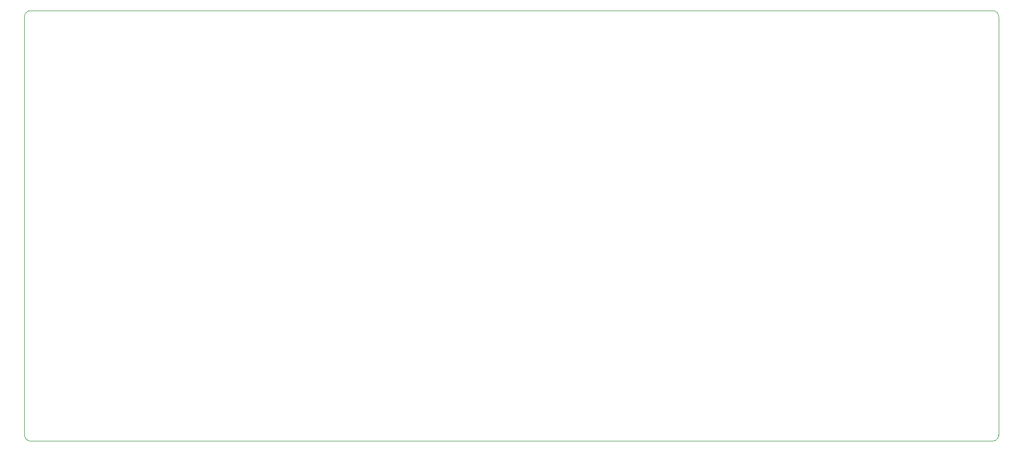
<source format=gbr>
G04 #@! TF.GenerationSoftware,KiCad,Pcbnew,9.0.6*
G04 #@! TF.CreationDate,2025-12-17T10:23:52+01:00*
G04 #@! TF.ProjectId,OM-64DO,4f4d2d36-3444-44f2-9e6b-696361645f70,1A*
G04 #@! TF.SameCoordinates,Original*
G04 #@! TF.FileFunction,Profile,NP*
%FSLAX46Y46*%
G04 Gerber Fmt 4.6, Leading zero omitted, Abs format (unit mm)*
G04 Created by KiCad (PCBNEW 9.0.6) date 2025-12-17 10:23:52*
%MOMM*%
%LPD*%
G01*
G04 APERTURE LIST*
G04 #@! TA.AperFunction,Profile*
%ADD10C,0.050000*%
G04 #@! TD*
G04 APERTURE END LIST*
D10*
X75500000Y-70500000D02*
G75*
G02*
X76500000Y-69500000I1000000J0D01*
G01*
X237600000Y-69500000D02*
G75*
G02*
X238600000Y-70500000I0J-1000000D01*
G01*
X76500000Y-141500000D02*
G75*
G02*
X75500000Y-140500000I0J1000000D01*
G01*
X238600000Y-140500000D02*
G75*
G02*
X237600000Y-141500000I-1000000J0D01*
G01*
X75500000Y-140500000D02*
X75500000Y-70500000D01*
X76500000Y-69500000D02*
X237600000Y-69500000D01*
X238600000Y-70500000D02*
X238600000Y-140500000D01*
X237600000Y-141500000D02*
X76500000Y-141500000D01*
M02*

</source>
